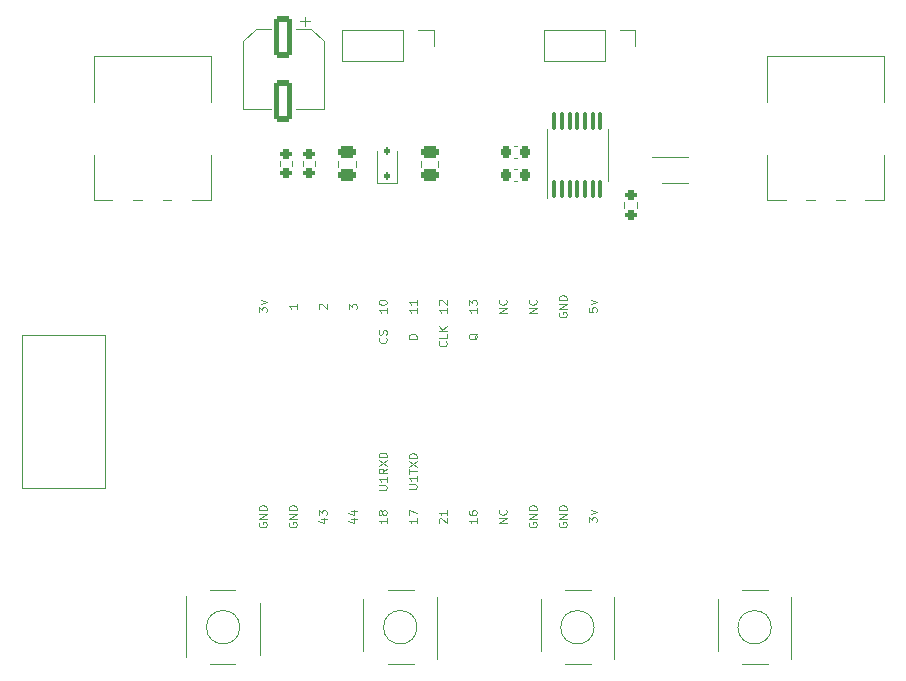
<source format=gbr>
%TF.GenerationSoftware,KiCad,Pcbnew,7.0.8*%
%TF.CreationDate,2024-05-28T17:20:49-04:00*%
%TF.ProjectId,mainboard,6d61696e-626f-4617-9264-2e6b69636164,rev?*%
%TF.SameCoordinates,Original*%
%TF.FileFunction,Legend,Top*%
%TF.FilePolarity,Positive*%
%FSLAX46Y46*%
G04 Gerber Fmt 4.6, Leading zero omitted, Abs format (unit mm)*
G04 Created by KiCad (PCBNEW 7.0.8) date 2024-05-28 17:20:49*
%MOMM*%
%LPD*%
G01*
G04 APERTURE LIST*
G04 Aperture macros list*
%AMRoundRect*
0 Rectangle with rounded corners*
0 $1 Rounding radius*
0 $2 $3 $4 $5 $6 $7 $8 $9 X,Y pos of 4 corners*
0 Add a 4 corners polygon primitive as box body*
4,1,4,$2,$3,$4,$5,$6,$7,$8,$9,$2,$3,0*
0 Add four circle primitives for the rounded corners*
1,1,$1+$1,$2,$3*
1,1,$1+$1,$4,$5*
1,1,$1+$1,$6,$7*
1,1,$1+$1,$8,$9*
0 Add four rect primitives between the rounded corners*
20,1,$1+$1,$2,$3,$4,$5,0*
20,1,$1+$1,$4,$5,$6,$7,0*
20,1,$1+$1,$6,$7,$8,$9,0*
20,1,$1+$1,$8,$9,$2,$3,0*%
G04 Aperture macros list end*
%ADD10C,0.100000*%
%ADD11C,0.120000*%
%ADD12RoundRect,0.100000X0.100000X-0.637500X0.100000X0.637500X-0.100000X0.637500X-0.100000X-0.637500X0*%
%ADD13RoundRect,0.200000X-0.275000X0.200000X-0.275000X-0.200000X0.275000X-0.200000X0.275000X0.200000X0*%
%ADD14C,4.000000*%
%ADD15C,1.800000*%
%ADD16C,3.200000*%
%ADD17C,2.000000*%
%ADD18RoundRect,0.250000X-0.550000X1.500000X-0.550000X-1.500000X0.550000X-1.500000X0.550000X1.500000X0*%
%ADD19R,1.700000X1.700000*%
%ADD20C,1.700000*%
%ADD21RoundRect,0.250000X-0.475000X0.250000X-0.475000X-0.250000X0.475000X-0.250000X0.475000X0.250000X0*%
%ADD22RoundRect,0.225000X0.225000X0.250000X-0.225000X0.250000X-0.225000X-0.250000X0.225000X-0.250000X0*%
%ADD23O,1.700000X1.700000*%
%ADD24RoundRect,0.200000X0.275000X-0.200000X0.275000X0.200000X-0.275000X0.200000X-0.275000X-0.200000X0*%
%ADD25RoundRect,0.112500X0.112500X-0.187500X0.112500X0.187500X-0.112500X0.187500X-0.112500X-0.187500X0*%
%ADD26O,3.400000X1.800000*%
%ADD27R,0.800000X0.300000*%
G04 APERTURE END LIST*
D10*
X133908633Y-86221468D02*
X133908633Y-86621468D01*
X133908633Y-86421468D02*
X133208633Y-86421468D01*
X133208633Y-86421468D02*
X133308633Y-86488135D01*
X133308633Y-86488135D02*
X133375300Y-86554802D01*
X133375300Y-86554802D02*
X133408633Y-86621468D01*
X133908633Y-85554801D02*
X133908633Y-85954801D01*
X133908633Y-85754801D02*
X133208633Y-85754801D01*
X133208633Y-85754801D02*
X133308633Y-85821468D01*
X133308633Y-85821468D02*
X133375300Y-85888135D01*
X133375300Y-85888135D02*
X133408633Y-85954801D01*
X136381966Y-89044801D02*
X136415300Y-89078134D01*
X136415300Y-89078134D02*
X136448633Y-89178134D01*
X136448633Y-89178134D02*
X136448633Y-89244801D01*
X136448633Y-89244801D02*
X136415300Y-89344801D01*
X136415300Y-89344801D02*
X136348633Y-89411468D01*
X136348633Y-89411468D02*
X136281966Y-89444801D01*
X136281966Y-89444801D02*
X136148633Y-89478134D01*
X136148633Y-89478134D02*
X136048633Y-89478134D01*
X136048633Y-89478134D02*
X135915300Y-89444801D01*
X135915300Y-89444801D02*
X135848633Y-89411468D01*
X135848633Y-89411468D02*
X135781966Y-89344801D01*
X135781966Y-89344801D02*
X135748633Y-89244801D01*
X135748633Y-89244801D02*
X135748633Y-89178134D01*
X135748633Y-89178134D02*
X135781966Y-89078134D01*
X135781966Y-89078134D02*
X135815300Y-89044801D01*
X136448633Y-88411468D02*
X136448633Y-88744801D01*
X136448633Y-88744801D02*
X135748633Y-88744801D01*
X136448633Y-88178134D02*
X135748633Y-88178134D01*
X136448633Y-87778134D02*
X136048633Y-88078134D01*
X135748633Y-87778134D02*
X136148633Y-88178134D01*
X133908633Y-88811468D02*
X133208633Y-88811468D01*
X133208633Y-88811468D02*
X133208633Y-88644801D01*
X133208633Y-88644801D02*
X133241966Y-88544801D01*
X133241966Y-88544801D02*
X133308633Y-88478135D01*
X133308633Y-88478135D02*
X133375300Y-88444801D01*
X133375300Y-88444801D02*
X133508633Y-88411468D01*
X133508633Y-88411468D02*
X133608633Y-88411468D01*
X133608633Y-88411468D02*
X133741966Y-88444801D01*
X133741966Y-88444801D02*
X133808633Y-88478135D01*
X133808633Y-88478135D02*
X133875300Y-88544801D01*
X133875300Y-88544801D02*
X133908633Y-88644801D01*
X133908633Y-88644801D02*
X133908633Y-88811468D01*
X125821966Y-104082517D02*
X126288633Y-104082517D01*
X125555300Y-104249184D02*
X126055300Y-104415850D01*
X126055300Y-104415850D02*
X126055300Y-103982517D01*
X125588633Y-103782517D02*
X125588633Y-103349183D01*
X125588633Y-103349183D02*
X125855300Y-103582517D01*
X125855300Y-103582517D02*
X125855300Y-103482517D01*
X125855300Y-103482517D02*
X125888633Y-103415850D01*
X125888633Y-103415850D02*
X125921966Y-103382517D01*
X125921966Y-103382517D02*
X125988633Y-103349183D01*
X125988633Y-103349183D02*
X126155300Y-103349183D01*
X126155300Y-103349183D02*
X126221966Y-103382517D01*
X126221966Y-103382517D02*
X126255300Y-103415850D01*
X126255300Y-103415850D02*
X126288633Y-103482517D01*
X126288633Y-103482517D02*
X126288633Y-103682517D01*
X126288633Y-103682517D02*
X126255300Y-103749183D01*
X126255300Y-103749183D02*
X126221966Y-103782517D01*
X130668633Y-101624801D02*
X131235300Y-101624801D01*
X131235300Y-101624801D02*
X131301966Y-101591468D01*
X131301966Y-101591468D02*
X131335300Y-101558134D01*
X131335300Y-101558134D02*
X131368633Y-101491468D01*
X131368633Y-101491468D02*
X131368633Y-101358134D01*
X131368633Y-101358134D02*
X131335300Y-101291468D01*
X131335300Y-101291468D02*
X131301966Y-101258134D01*
X131301966Y-101258134D02*
X131235300Y-101224801D01*
X131235300Y-101224801D02*
X130668633Y-101224801D01*
X131368633Y-100524801D02*
X131368633Y-100924801D01*
X131368633Y-100724801D02*
X130668633Y-100724801D01*
X130668633Y-100724801D02*
X130768633Y-100791468D01*
X130768633Y-100791468D02*
X130835300Y-100858135D01*
X130835300Y-100858135D02*
X130868633Y-100924801D01*
X131368633Y-99824801D02*
X131035300Y-100058134D01*
X131368633Y-100224801D02*
X130668633Y-100224801D01*
X130668633Y-100224801D02*
X130668633Y-99958134D01*
X130668633Y-99958134D02*
X130701966Y-99891468D01*
X130701966Y-99891468D02*
X130735300Y-99858134D01*
X130735300Y-99858134D02*
X130801966Y-99824801D01*
X130801966Y-99824801D02*
X130901966Y-99824801D01*
X130901966Y-99824801D02*
X130968633Y-99858134D01*
X130968633Y-99858134D02*
X131001966Y-99891468D01*
X131001966Y-99891468D02*
X131035300Y-99958134D01*
X131035300Y-99958134D02*
X131035300Y-100224801D01*
X130668633Y-99591468D02*
X131368633Y-99124801D01*
X130668633Y-99124801D02*
X131368633Y-99591468D01*
X131368633Y-98858134D02*
X130668633Y-98858134D01*
X130668633Y-98858134D02*
X130668633Y-98691467D01*
X130668633Y-98691467D02*
X130701966Y-98591467D01*
X130701966Y-98591467D02*
X130768633Y-98524801D01*
X130768633Y-98524801D02*
X130835300Y-98491467D01*
X130835300Y-98491467D02*
X130968633Y-98458134D01*
X130968633Y-98458134D02*
X131068633Y-98458134D01*
X131068633Y-98458134D02*
X131201966Y-98491467D01*
X131201966Y-98491467D02*
X131268633Y-98524801D01*
X131268633Y-98524801D02*
X131335300Y-98591467D01*
X131335300Y-98591467D02*
X131368633Y-98691467D01*
X131368633Y-98691467D02*
X131368633Y-98858134D01*
X141528633Y-86638134D02*
X140828633Y-86638134D01*
X140828633Y-86638134D02*
X141528633Y-86238134D01*
X141528633Y-86238134D02*
X140828633Y-86238134D01*
X141461966Y-85504801D02*
X141495300Y-85538134D01*
X141495300Y-85538134D02*
X141528633Y-85638134D01*
X141528633Y-85638134D02*
X141528633Y-85704801D01*
X141528633Y-85704801D02*
X141495300Y-85804801D01*
X141495300Y-85804801D02*
X141428633Y-85871468D01*
X141428633Y-85871468D02*
X141361966Y-85904801D01*
X141361966Y-85904801D02*
X141228633Y-85938134D01*
X141228633Y-85938134D02*
X141128633Y-85938134D01*
X141128633Y-85938134D02*
X140995300Y-85904801D01*
X140995300Y-85904801D02*
X140928633Y-85871468D01*
X140928633Y-85871468D02*
X140861966Y-85804801D01*
X140861966Y-85804801D02*
X140828633Y-85704801D01*
X140828633Y-85704801D02*
X140828633Y-85638134D01*
X140828633Y-85638134D02*
X140861966Y-85538134D01*
X140861966Y-85538134D02*
X140895300Y-85504801D01*
X139055300Y-88361467D02*
X139021966Y-88428134D01*
X139021966Y-88428134D02*
X138955300Y-88494801D01*
X138955300Y-88494801D02*
X138855300Y-88594801D01*
X138855300Y-88594801D02*
X138821966Y-88661467D01*
X138821966Y-88661467D02*
X138821966Y-88728134D01*
X138988633Y-88694801D02*
X138955300Y-88761467D01*
X138955300Y-88761467D02*
X138888633Y-88828134D01*
X138888633Y-88828134D02*
X138755300Y-88861467D01*
X138755300Y-88861467D02*
X138521966Y-88861467D01*
X138521966Y-88861467D02*
X138388633Y-88828134D01*
X138388633Y-88828134D02*
X138321966Y-88761467D01*
X138321966Y-88761467D02*
X138288633Y-88694801D01*
X138288633Y-88694801D02*
X138288633Y-88561467D01*
X138288633Y-88561467D02*
X138321966Y-88494801D01*
X138321966Y-88494801D02*
X138388633Y-88428134D01*
X138388633Y-88428134D02*
X138521966Y-88394801D01*
X138521966Y-88394801D02*
X138755300Y-88394801D01*
X138755300Y-88394801D02*
X138888633Y-88428134D01*
X138888633Y-88428134D02*
X138955300Y-88494801D01*
X138955300Y-88494801D02*
X138988633Y-88561467D01*
X138988633Y-88561467D02*
X138988633Y-88694801D01*
X148448633Y-104368135D02*
X148448633Y-103934801D01*
X148448633Y-103934801D02*
X148715300Y-104168135D01*
X148715300Y-104168135D02*
X148715300Y-104068135D01*
X148715300Y-104068135D02*
X148748633Y-104001468D01*
X148748633Y-104001468D02*
X148781966Y-103968135D01*
X148781966Y-103968135D02*
X148848633Y-103934801D01*
X148848633Y-103934801D02*
X149015300Y-103934801D01*
X149015300Y-103934801D02*
X149081966Y-103968135D01*
X149081966Y-103968135D02*
X149115300Y-104001468D01*
X149115300Y-104001468D02*
X149148633Y-104068135D01*
X149148633Y-104068135D02*
X149148633Y-104268135D01*
X149148633Y-104268135D02*
X149115300Y-104334801D01*
X149115300Y-104334801D02*
X149081966Y-104368135D01*
X148681966Y-103701468D02*
X149148633Y-103534801D01*
X149148633Y-103534801D02*
X148681966Y-103368134D01*
X135815300Y-104415850D02*
X135781966Y-104382517D01*
X135781966Y-104382517D02*
X135748633Y-104315850D01*
X135748633Y-104315850D02*
X135748633Y-104149184D01*
X135748633Y-104149184D02*
X135781966Y-104082517D01*
X135781966Y-104082517D02*
X135815300Y-104049184D01*
X135815300Y-104049184D02*
X135881966Y-104015850D01*
X135881966Y-104015850D02*
X135948633Y-104015850D01*
X135948633Y-104015850D02*
X136048633Y-104049184D01*
X136048633Y-104049184D02*
X136448633Y-104449184D01*
X136448633Y-104449184D02*
X136448633Y-104015850D01*
X136448633Y-103349183D02*
X136448633Y-103749183D01*
X136448633Y-103549183D02*
X135748633Y-103549183D01*
X135748633Y-103549183D02*
X135848633Y-103615850D01*
X135848633Y-103615850D02*
X135915300Y-103682517D01*
X135915300Y-103682517D02*
X135948633Y-103749183D01*
X120508633Y-86588135D02*
X120508633Y-86154801D01*
X120508633Y-86154801D02*
X120775300Y-86388135D01*
X120775300Y-86388135D02*
X120775300Y-86288135D01*
X120775300Y-86288135D02*
X120808633Y-86221468D01*
X120808633Y-86221468D02*
X120841966Y-86188135D01*
X120841966Y-86188135D02*
X120908633Y-86154801D01*
X120908633Y-86154801D02*
X121075300Y-86154801D01*
X121075300Y-86154801D02*
X121141966Y-86188135D01*
X121141966Y-86188135D02*
X121175300Y-86221468D01*
X121175300Y-86221468D02*
X121208633Y-86288135D01*
X121208633Y-86288135D02*
X121208633Y-86488135D01*
X121208633Y-86488135D02*
X121175300Y-86554801D01*
X121175300Y-86554801D02*
X121141966Y-86588135D01*
X120741966Y-85921468D02*
X121208633Y-85754801D01*
X121208633Y-85754801D02*
X120741966Y-85588134D01*
X145941966Y-86621467D02*
X145908633Y-86688134D01*
X145908633Y-86688134D02*
X145908633Y-86788134D01*
X145908633Y-86788134D02*
X145941966Y-86888134D01*
X145941966Y-86888134D02*
X146008633Y-86954801D01*
X146008633Y-86954801D02*
X146075300Y-86988134D01*
X146075300Y-86988134D02*
X146208633Y-87021467D01*
X146208633Y-87021467D02*
X146308633Y-87021467D01*
X146308633Y-87021467D02*
X146441966Y-86988134D01*
X146441966Y-86988134D02*
X146508633Y-86954801D01*
X146508633Y-86954801D02*
X146575300Y-86888134D01*
X146575300Y-86888134D02*
X146608633Y-86788134D01*
X146608633Y-86788134D02*
X146608633Y-86721467D01*
X146608633Y-86721467D02*
X146575300Y-86621467D01*
X146575300Y-86621467D02*
X146541966Y-86588134D01*
X146541966Y-86588134D02*
X146308633Y-86588134D01*
X146308633Y-86588134D02*
X146308633Y-86721467D01*
X146608633Y-86288134D02*
X145908633Y-86288134D01*
X145908633Y-86288134D02*
X146608633Y-85888134D01*
X146608633Y-85888134D02*
X145908633Y-85888134D01*
X146608633Y-85554801D02*
X145908633Y-85554801D01*
X145908633Y-85554801D02*
X145908633Y-85388134D01*
X145908633Y-85388134D02*
X145941966Y-85288134D01*
X145941966Y-85288134D02*
X146008633Y-85221468D01*
X146008633Y-85221468D02*
X146075300Y-85188134D01*
X146075300Y-85188134D02*
X146208633Y-85154801D01*
X146208633Y-85154801D02*
X146308633Y-85154801D01*
X146308633Y-85154801D02*
X146441966Y-85188134D01*
X146441966Y-85188134D02*
X146508633Y-85221468D01*
X146508633Y-85221468D02*
X146575300Y-85288134D01*
X146575300Y-85288134D02*
X146608633Y-85388134D01*
X146608633Y-85388134D02*
X146608633Y-85554801D01*
X125655300Y-86288134D02*
X125621966Y-86254801D01*
X125621966Y-86254801D02*
X125588633Y-86188134D01*
X125588633Y-86188134D02*
X125588633Y-86021468D01*
X125588633Y-86021468D02*
X125621966Y-85954801D01*
X125621966Y-85954801D02*
X125655300Y-85921468D01*
X125655300Y-85921468D02*
X125721966Y-85888134D01*
X125721966Y-85888134D02*
X125788633Y-85888134D01*
X125788633Y-85888134D02*
X125888633Y-85921468D01*
X125888633Y-85921468D02*
X126288633Y-86321468D01*
X126288633Y-86321468D02*
X126288633Y-85888134D01*
X123081966Y-104401467D02*
X123048633Y-104468134D01*
X123048633Y-104468134D02*
X123048633Y-104568134D01*
X123048633Y-104568134D02*
X123081966Y-104668134D01*
X123081966Y-104668134D02*
X123148633Y-104734801D01*
X123148633Y-104734801D02*
X123215300Y-104768134D01*
X123215300Y-104768134D02*
X123348633Y-104801467D01*
X123348633Y-104801467D02*
X123448633Y-104801467D01*
X123448633Y-104801467D02*
X123581966Y-104768134D01*
X123581966Y-104768134D02*
X123648633Y-104734801D01*
X123648633Y-104734801D02*
X123715300Y-104668134D01*
X123715300Y-104668134D02*
X123748633Y-104568134D01*
X123748633Y-104568134D02*
X123748633Y-104501467D01*
X123748633Y-104501467D02*
X123715300Y-104401467D01*
X123715300Y-104401467D02*
X123681966Y-104368134D01*
X123681966Y-104368134D02*
X123448633Y-104368134D01*
X123448633Y-104368134D02*
X123448633Y-104501467D01*
X123748633Y-104068134D02*
X123048633Y-104068134D01*
X123048633Y-104068134D02*
X123748633Y-103668134D01*
X123748633Y-103668134D02*
X123048633Y-103668134D01*
X123748633Y-103334801D02*
X123048633Y-103334801D01*
X123048633Y-103334801D02*
X123048633Y-103168134D01*
X123048633Y-103168134D02*
X123081966Y-103068134D01*
X123081966Y-103068134D02*
X123148633Y-103001468D01*
X123148633Y-103001468D02*
X123215300Y-102968134D01*
X123215300Y-102968134D02*
X123348633Y-102934801D01*
X123348633Y-102934801D02*
X123448633Y-102934801D01*
X123448633Y-102934801D02*
X123581966Y-102968134D01*
X123581966Y-102968134D02*
X123648633Y-103001468D01*
X123648633Y-103001468D02*
X123715300Y-103068134D01*
X123715300Y-103068134D02*
X123748633Y-103168134D01*
X123748633Y-103168134D02*
X123748633Y-103334801D01*
X123748633Y-85888134D02*
X123748633Y-86288134D01*
X123748633Y-86088134D02*
X123048633Y-86088134D01*
X123048633Y-86088134D02*
X123148633Y-86154801D01*
X123148633Y-86154801D02*
X123215300Y-86221468D01*
X123215300Y-86221468D02*
X123248633Y-86288134D01*
X141528633Y-104432516D02*
X140828633Y-104432516D01*
X140828633Y-104432516D02*
X141528633Y-104032516D01*
X141528633Y-104032516D02*
X140828633Y-104032516D01*
X141461966Y-103299183D02*
X141495300Y-103332516D01*
X141495300Y-103332516D02*
X141528633Y-103432516D01*
X141528633Y-103432516D02*
X141528633Y-103499183D01*
X141528633Y-103499183D02*
X141495300Y-103599183D01*
X141495300Y-103599183D02*
X141428633Y-103665850D01*
X141428633Y-103665850D02*
X141361966Y-103699183D01*
X141361966Y-103699183D02*
X141228633Y-103732516D01*
X141228633Y-103732516D02*
X141128633Y-103732516D01*
X141128633Y-103732516D02*
X140995300Y-103699183D01*
X140995300Y-103699183D02*
X140928633Y-103665850D01*
X140928633Y-103665850D02*
X140861966Y-103599183D01*
X140861966Y-103599183D02*
X140828633Y-103499183D01*
X140828633Y-103499183D02*
X140828633Y-103432516D01*
X140828633Y-103432516D02*
X140861966Y-103332516D01*
X140861966Y-103332516D02*
X140895300Y-103299183D01*
X138988633Y-104015850D02*
X138988633Y-104415850D01*
X138988633Y-104215850D02*
X138288633Y-104215850D01*
X138288633Y-104215850D02*
X138388633Y-104282517D01*
X138388633Y-104282517D02*
X138455300Y-104349184D01*
X138455300Y-104349184D02*
X138488633Y-104415850D01*
X138288633Y-103415850D02*
X138288633Y-103549183D01*
X138288633Y-103549183D02*
X138321966Y-103615850D01*
X138321966Y-103615850D02*
X138355300Y-103649183D01*
X138355300Y-103649183D02*
X138455300Y-103715850D01*
X138455300Y-103715850D02*
X138588633Y-103749183D01*
X138588633Y-103749183D02*
X138855300Y-103749183D01*
X138855300Y-103749183D02*
X138921966Y-103715850D01*
X138921966Y-103715850D02*
X138955300Y-103682517D01*
X138955300Y-103682517D02*
X138988633Y-103615850D01*
X138988633Y-103615850D02*
X138988633Y-103482517D01*
X138988633Y-103482517D02*
X138955300Y-103415850D01*
X138955300Y-103415850D02*
X138921966Y-103382517D01*
X138921966Y-103382517D02*
X138855300Y-103349183D01*
X138855300Y-103349183D02*
X138688633Y-103349183D01*
X138688633Y-103349183D02*
X138621966Y-103382517D01*
X138621966Y-103382517D02*
X138588633Y-103415850D01*
X138588633Y-103415850D02*
X138555300Y-103482517D01*
X138555300Y-103482517D02*
X138555300Y-103615850D01*
X138555300Y-103615850D02*
X138588633Y-103682517D01*
X138588633Y-103682517D02*
X138621966Y-103715850D01*
X138621966Y-103715850D02*
X138688633Y-103749183D01*
X136448633Y-86221468D02*
X136448633Y-86621468D01*
X136448633Y-86421468D02*
X135748633Y-86421468D01*
X135748633Y-86421468D02*
X135848633Y-86488135D01*
X135848633Y-86488135D02*
X135915300Y-86554802D01*
X135915300Y-86554802D02*
X135948633Y-86621468D01*
X135815300Y-85954801D02*
X135781966Y-85921468D01*
X135781966Y-85921468D02*
X135748633Y-85854801D01*
X135748633Y-85854801D02*
X135748633Y-85688135D01*
X135748633Y-85688135D02*
X135781966Y-85621468D01*
X135781966Y-85621468D02*
X135815300Y-85588135D01*
X135815300Y-85588135D02*
X135881966Y-85554801D01*
X135881966Y-85554801D02*
X135948633Y-85554801D01*
X135948633Y-85554801D02*
X136048633Y-85588135D01*
X136048633Y-85588135D02*
X136448633Y-85988135D01*
X136448633Y-85988135D02*
X136448633Y-85554801D01*
X131368633Y-86221468D02*
X131368633Y-86621468D01*
X131368633Y-86421468D02*
X130668633Y-86421468D01*
X130668633Y-86421468D02*
X130768633Y-86488135D01*
X130768633Y-86488135D02*
X130835300Y-86554802D01*
X130835300Y-86554802D02*
X130868633Y-86621468D01*
X130668633Y-85788135D02*
X130668633Y-85721468D01*
X130668633Y-85721468D02*
X130701966Y-85654801D01*
X130701966Y-85654801D02*
X130735300Y-85621468D01*
X130735300Y-85621468D02*
X130801966Y-85588135D01*
X130801966Y-85588135D02*
X130935300Y-85554801D01*
X130935300Y-85554801D02*
X131101966Y-85554801D01*
X131101966Y-85554801D02*
X131235300Y-85588135D01*
X131235300Y-85588135D02*
X131301966Y-85621468D01*
X131301966Y-85621468D02*
X131335300Y-85654801D01*
X131335300Y-85654801D02*
X131368633Y-85721468D01*
X131368633Y-85721468D02*
X131368633Y-85788135D01*
X131368633Y-85788135D02*
X131335300Y-85854801D01*
X131335300Y-85854801D02*
X131301966Y-85888135D01*
X131301966Y-85888135D02*
X131235300Y-85921468D01*
X131235300Y-85921468D02*
X131101966Y-85954801D01*
X131101966Y-85954801D02*
X130935300Y-85954801D01*
X130935300Y-85954801D02*
X130801966Y-85921468D01*
X130801966Y-85921468D02*
X130735300Y-85888135D01*
X130735300Y-85888135D02*
X130701966Y-85854801D01*
X130701966Y-85854801D02*
X130668633Y-85788135D01*
X138988633Y-86221468D02*
X138988633Y-86621468D01*
X138988633Y-86421468D02*
X138288633Y-86421468D01*
X138288633Y-86421468D02*
X138388633Y-86488135D01*
X138388633Y-86488135D02*
X138455300Y-86554802D01*
X138455300Y-86554802D02*
X138488633Y-86621468D01*
X138288633Y-85988135D02*
X138288633Y-85554801D01*
X138288633Y-85554801D02*
X138555300Y-85788135D01*
X138555300Y-85788135D02*
X138555300Y-85688135D01*
X138555300Y-85688135D02*
X138588633Y-85621468D01*
X138588633Y-85621468D02*
X138621966Y-85588135D01*
X138621966Y-85588135D02*
X138688633Y-85554801D01*
X138688633Y-85554801D02*
X138855300Y-85554801D01*
X138855300Y-85554801D02*
X138921966Y-85588135D01*
X138921966Y-85588135D02*
X138955300Y-85621468D01*
X138955300Y-85621468D02*
X138988633Y-85688135D01*
X138988633Y-85688135D02*
X138988633Y-85888135D01*
X138988633Y-85888135D02*
X138955300Y-85954801D01*
X138955300Y-85954801D02*
X138921966Y-85988135D01*
X148448633Y-86188135D02*
X148448633Y-86521468D01*
X148448633Y-86521468D02*
X148781966Y-86554801D01*
X148781966Y-86554801D02*
X148748633Y-86521468D01*
X148748633Y-86521468D02*
X148715300Y-86454801D01*
X148715300Y-86454801D02*
X148715300Y-86288135D01*
X148715300Y-86288135D02*
X148748633Y-86221468D01*
X148748633Y-86221468D02*
X148781966Y-86188135D01*
X148781966Y-86188135D02*
X148848633Y-86154801D01*
X148848633Y-86154801D02*
X149015300Y-86154801D01*
X149015300Y-86154801D02*
X149081966Y-86188135D01*
X149081966Y-86188135D02*
X149115300Y-86221468D01*
X149115300Y-86221468D02*
X149148633Y-86288135D01*
X149148633Y-86288135D02*
X149148633Y-86454801D01*
X149148633Y-86454801D02*
X149115300Y-86521468D01*
X149115300Y-86521468D02*
X149081966Y-86554801D01*
X148681966Y-85921468D02*
X149148633Y-85754801D01*
X149148633Y-85754801D02*
X148681966Y-85588134D01*
X128128633Y-86321468D02*
X128128633Y-85888134D01*
X128128633Y-85888134D02*
X128395300Y-86121468D01*
X128395300Y-86121468D02*
X128395300Y-86021468D01*
X128395300Y-86021468D02*
X128428633Y-85954801D01*
X128428633Y-85954801D02*
X128461966Y-85921468D01*
X128461966Y-85921468D02*
X128528633Y-85888134D01*
X128528633Y-85888134D02*
X128695300Y-85888134D01*
X128695300Y-85888134D02*
X128761966Y-85921468D01*
X128761966Y-85921468D02*
X128795300Y-85954801D01*
X128795300Y-85954801D02*
X128828633Y-86021468D01*
X128828633Y-86021468D02*
X128828633Y-86221468D01*
X128828633Y-86221468D02*
X128795300Y-86288134D01*
X128795300Y-86288134D02*
X128761966Y-86321468D01*
X120541966Y-104401467D02*
X120508633Y-104468134D01*
X120508633Y-104468134D02*
X120508633Y-104568134D01*
X120508633Y-104568134D02*
X120541966Y-104668134D01*
X120541966Y-104668134D02*
X120608633Y-104734801D01*
X120608633Y-104734801D02*
X120675300Y-104768134D01*
X120675300Y-104768134D02*
X120808633Y-104801467D01*
X120808633Y-104801467D02*
X120908633Y-104801467D01*
X120908633Y-104801467D02*
X121041966Y-104768134D01*
X121041966Y-104768134D02*
X121108633Y-104734801D01*
X121108633Y-104734801D02*
X121175300Y-104668134D01*
X121175300Y-104668134D02*
X121208633Y-104568134D01*
X121208633Y-104568134D02*
X121208633Y-104501467D01*
X121208633Y-104501467D02*
X121175300Y-104401467D01*
X121175300Y-104401467D02*
X121141966Y-104368134D01*
X121141966Y-104368134D02*
X120908633Y-104368134D01*
X120908633Y-104368134D02*
X120908633Y-104501467D01*
X121208633Y-104068134D02*
X120508633Y-104068134D01*
X120508633Y-104068134D02*
X121208633Y-103668134D01*
X121208633Y-103668134D02*
X120508633Y-103668134D01*
X121208633Y-103334801D02*
X120508633Y-103334801D01*
X120508633Y-103334801D02*
X120508633Y-103168134D01*
X120508633Y-103168134D02*
X120541966Y-103068134D01*
X120541966Y-103068134D02*
X120608633Y-103001468D01*
X120608633Y-103001468D02*
X120675300Y-102968134D01*
X120675300Y-102968134D02*
X120808633Y-102934801D01*
X120808633Y-102934801D02*
X120908633Y-102934801D01*
X120908633Y-102934801D02*
X121041966Y-102968134D01*
X121041966Y-102968134D02*
X121108633Y-103001468D01*
X121108633Y-103001468D02*
X121175300Y-103068134D01*
X121175300Y-103068134D02*
X121208633Y-103168134D01*
X121208633Y-103168134D02*
X121208633Y-103334801D01*
X133208633Y-101541468D02*
X133775300Y-101541468D01*
X133775300Y-101541468D02*
X133841966Y-101508135D01*
X133841966Y-101508135D02*
X133875300Y-101474801D01*
X133875300Y-101474801D02*
X133908633Y-101408135D01*
X133908633Y-101408135D02*
X133908633Y-101274801D01*
X133908633Y-101274801D02*
X133875300Y-101208135D01*
X133875300Y-101208135D02*
X133841966Y-101174801D01*
X133841966Y-101174801D02*
X133775300Y-101141468D01*
X133775300Y-101141468D02*
X133208633Y-101141468D01*
X133908633Y-100441468D02*
X133908633Y-100841468D01*
X133908633Y-100641468D02*
X133208633Y-100641468D01*
X133208633Y-100641468D02*
X133308633Y-100708135D01*
X133308633Y-100708135D02*
X133375300Y-100774802D01*
X133375300Y-100774802D02*
X133408633Y-100841468D01*
X133208633Y-100241468D02*
X133208633Y-99841468D01*
X133908633Y-100041468D02*
X133208633Y-100041468D01*
X133208633Y-99674802D02*
X133908633Y-99208135D01*
X133208633Y-99208135D02*
X133908633Y-99674802D01*
X133908633Y-98941468D02*
X133208633Y-98941468D01*
X133208633Y-98941468D02*
X133208633Y-98774801D01*
X133208633Y-98774801D02*
X133241966Y-98674801D01*
X133241966Y-98674801D02*
X133308633Y-98608135D01*
X133308633Y-98608135D02*
X133375300Y-98574801D01*
X133375300Y-98574801D02*
X133508633Y-98541468D01*
X133508633Y-98541468D02*
X133608633Y-98541468D01*
X133608633Y-98541468D02*
X133741966Y-98574801D01*
X133741966Y-98574801D02*
X133808633Y-98608135D01*
X133808633Y-98608135D02*
X133875300Y-98674801D01*
X133875300Y-98674801D02*
X133908633Y-98774801D01*
X133908633Y-98774801D02*
X133908633Y-98941468D01*
X128361966Y-104082517D02*
X128828633Y-104082517D01*
X128095300Y-104249184D02*
X128595300Y-104415850D01*
X128595300Y-104415850D02*
X128595300Y-103982517D01*
X128361966Y-103415850D02*
X128828633Y-103415850D01*
X128095300Y-103582517D02*
X128595300Y-103749183D01*
X128595300Y-103749183D02*
X128595300Y-103315850D01*
X144068633Y-86638134D02*
X143368633Y-86638134D01*
X143368633Y-86638134D02*
X144068633Y-86238134D01*
X144068633Y-86238134D02*
X143368633Y-86238134D01*
X144001966Y-85504801D02*
X144035300Y-85538134D01*
X144035300Y-85538134D02*
X144068633Y-85638134D01*
X144068633Y-85638134D02*
X144068633Y-85704801D01*
X144068633Y-85704801D02*
X144035300Y-85804801D01*
X144035300Y-85804801D02*
X143968633Y-85871468D01*
X143968633Y-85871468D02*
X143901966Y-85904801D01*
X143901966Y-85904801D02*
X143768633Y-85938134D01*
X143768633Y-85938134D02*
X143668633Y-85938134D01*
X143668633Y-85938134D02*
X143535300Y-85904801D01*
X143535300Y-85904801D02*
X143468633Y-85871468D01*
X143468633Y-85871468D02*
X143401966Y-85804801D01*
X143401966Y-85804801D02*
X143368633Y-85704801D01*
X143368633Y-85704801D02*
X143368633Y-85638134D01*
X143368633Y-85638134D02*
X143401966Y-85538134D01*
X143401966Y-85538134D02*
X143435300Y-85504801D01*
X143401966Y-104401467D02*
X143368633Y-104468134D01*
X143368633Y-104468134D02*
X143368633Y-104568134D01*
X143368633Y-104568134D02*
X143401966Y-104668134D01*
X143401966Y-104668134D02*
X143468633Y-104734801D01*
X143468633Y-104734801D02*
X143535300Y-104768134D01*
X143535300Y-104768134D02*
X143668633Y-104801467D01*
X143668633Y-104801467D02*
X143768633Y-104801467D01*
X143768633Y-104801467D02*
X143901966Y-104768134D01*
X143901966Y-104768134D02*
X143968633Y-104734801D01*
X143968633Y-104734801D02*
X144035300Y-104668134D01*
X144035300Y-104668134D02*
X144068633Y-104568134D01*
X144068633Y-104568134D02*
X144068633Y-104501467D01*
X144068633Y-104501467D02*
X144035300Y-104401467D01*
X144035300Y-104401467D02*
X144001966Y-104368134D01*
X144001966Y-104368134D02*
X143768633Y-104368134D01*
X143768633Y-104368134D02*
X143768633Y-104501467D01*
X144068633Y-104068134D02*
X143368633Y-104068134D01*
X143368633Y-104068134D02*
X144068633Y-103668134D01*
X144068633Y-103668134D02*
X143368633Y-103668134D01*
X144068633Y-103334801D02*
X143368633Y-103334801D01*
X143368633Y-103334801D02*
X143368633Y-103168134D01*
X143368633Y-103168134D02*
X143401966Y-103068134D01*
X143401966Y-103068134D02*
X143468633Y-103001468D01*
X143468633Y-103001468D02*
X143535300Y-102968134D01*
X143535300Y-102968134D02*
X143668633Y-102934801D01*
X143668633Y-102934801D02*
X143768633Y-102934801D01*
X143768633Y-102934801D02*
X143901966Y-102968134D01*
X143901966Y-102968134D02*
X143968633Y-103001468D01*
X143968633Y-103001468D02*
X144035300Y-103068134D01*
X144035300Y-103068134D02*
X144068633Y-103168134D01*
X144068633Y-103168134D02*
X144068633Y-103334801D01*
X131301966Y-88744801D02*
X131335300Y-88778134D01*
X131335300Y-88778134D02*
X131368633Y-88878134D01*
X131368633Y-88878134D02*
X131368633Y-88944801D01*
X131368633Y-88944801D02*
X131335300Y-89044801D01*
X131335300Y-89044801D02*
X131268633Y-89111468D01*
X131268633Y-89111468D02*
X131201966Y-89144801D01*
X131201966Y-89144801D02*
X131068633Y-89178134D01*
X131068633Y-89178134D02*
X130968633Y-89178134D01*
X130968633Y-89178134D02*
X130835300Y-89144801D01*
X130835300Y-89144801D02*
X130768633Y-89111468D01*
X130768633Y-89111468D02*
X130701966Y-89044801D01*
X130701966Y-89044801D02*
X130668633Y-88944801D01*
X130668633Y-88944801D02*
X130668633Y-88878134D01*
X130668633Y-88878134D02*
X130701966Y-88778134D01*
X130701966Y-88778134D02*
X130735300Y-88744801D01*
X131335300Y-88478134D02*
X131368633Y-88378134D01*
X131368633Y-88378134D02*
X131368633Y-88211468D01*
X131368633Y-88211468D02*
X131335300Y-88144801D01*
X131335300Y-88144801D02*
X131301966Y-88111468D01*
X131301966Y-88111468D02*
X131235300Y-88078134D01*
X131235300Y-88078134D02*
X131168633Y-88078134D01*
X131168633Y-88078134D02*
X131101966Y-88111468D01*
X131101966Y-88111468D02*
X131068633Y-88144801D01*
X131068633Y-88144801D02*
X131035300Y-88211468D01*
X131035300Y-88211468D02*
X131001966Y-88344801D01*
X131001966Y-88344801D02*
X130968633Y-88411468D01*
X130968633Y-88411468D02*
X130935300Y-88444801D01*
X130935300Y-88444801D02*
X130868633Y-88478134D01*
X130868633Y-88478134D02*
X130801966Y-88478134D01*
X130801966Y-88478134D02*
X130735300Y-88444801D01*
X130735300Y-88444801D02*
X130701966Y-88411468D01*
X130701966Y-88411468D02*
X130668633Y-88344801D01*
X130668633Y-88344801D02*
X130668633Y-88178134D01*
X130668633Y-88178134D02*
X130701966Y-88078134D01*
X133908633Y-104015850D02*
X133908633Y-104415850D01*
X133908633Y-104215850D02*
X133208633Y-104215850D01*
X133208633Y-104215850D02*
X133308633Y-104282517D01*
X133308633Y-104282517D02*
X133375300Y-104349184D01*
X133375300Y-104349184D02*
X133408633Y-104415850D01*
X133208633Y-103782517D02*
X133208633Y-103315850D01*
X133208633Y-103315850D02*
X133908633Y-103615850D01*
X145941966Y-104401467D02*
X145908633Y-104468134D01*
X145908633Y-104468134D02*
X145908633Y-104568134D01*
X145908633Y-104568134D02*
X145941966Y-104668134D01*
X145941966Y-104668134D02*
X146008633Y-104734801D01*
X146008633Y-104734801D02*
X146075300Y-104768134D01*
X146075300Y-104768134D02*
X146208633Y-104801467D01*
X146208633Y-104801467D02*
X146308633Y-104801467D01*
X146308633Y-104801467D02*
X146441966Y-104768134D01*
X146441966Y-104768134D02*
X146508633Y-104734801D01*
X146508633Y-104734801D02*
X146575300Y-104668134D01*
X146575300Y-104668134D02*
X146608633Y-104568134D01*
X146608633Y-104568134D02*
X146608633Y-104501467D01*
X146608633Y-104501467D02*
X146575300Y-104401467D01*
X146575300Y-104401467D02*
X146541966Y-104368134D01*
X146541966Y-104368134D02*
X146308633Y-104368134D01*
X146308633Y-104368134D02*
X146308633Y-104501467D01*
X146608633Y-104068134D02*
X145908633Y-104068134D01*
X145908633Y-104068134D02*
X146608633Y-103668134D01*
X146608633Y-103668134D02*
X145908633Y-103668134D01*
X146608633Y-103334801D02*
X145908633Y-103334801D01*
X145908633Y-103334801D02*
X145908633Y-103168134D01*
X145908633Y-103168134D02*
X145941966Y-103068134D01*
X145941966Y-103068134D02*
X146008633Y-103001468D01*
X146008633Y-103001468D02*
X146075300Y-102968134D01*
X146075300Y-102968134D02*
X146208633Y-102934801D01*
X146208633Y-102934801D02*
X146308633Y-102934801D01*
X146308633Y-102934801D02*
X146441966Y-102968134D01*
X146441966Y-102968134D02*
X146508633Y-103001468D01*
X146508633Y-103001468D02*
X146575300Y-103068134D01*
X146575300Y-103068134D02*
X146608633Y-103168134D01*
X146608633Y-103168134D02*
X146608633Y-103334801D01*
X131368633Y-104015850D02*
X131368633Y-104415850D01*
X131368633Y-104215850D02*
X130668633Y-104215850D01*
X130668633Y-104215850D02*
X130768633Y-104282517D01*
X130768633Y-104282517D02*
X130835300Y-104349184D01*
X130835300Y-104349184D02*
X130868633Y-104415850D01*
X130968633Y-103615850D02*
X130935300Y-103682517D01*
X130935300Y-103682517D02*
X130901966Y-103715850D01*
X130901966Y-103715850D02*
X130835300Y-103749183D01*
X130835300Y-103749183D02*
X130801966Y-103749183D01*
X130801966Y-103749183D02*
X130735300Y-103715850D01*
X130735300Y-103715850D02*
X130701966Y-103682517D01*
X130701966Y-103682517D02*
X130668633Y-103615850D01*
X130668633Y-103615850D02*
X130668633Y-103482517D01*
X130668633Y-103482517D02*
X130701966Y-103415850D01*
X130701966Y-103415850D02*
X130735300Y-103382517D01*
X130735300Y-103382517D02*
X130801966Y-103349183D01*
X130801966Y-103349183D02*
X130835300Y-103349183D01*
X130835300Y-103349183D02*
X130901966Y-103382517D01*
X130901966Y-103382517D02*
X130935300Y-103415850D01*
X130935300Y-103415850D02*
X130968633Y-103482517D01*
X130968633Y-103482517D02*
X130968633Y-103615850D01*
X130968633Y-103615850D02*
X131001966Y-103682517D01*
X131001966Y-103682517D02*
X131035300Y-103715850D01*
X131035300Y-103715850D02*
X131101966Y-103749183D01*
X131101966Y-103749183D02*
X131235300Y-103749183D01*
X131235300Y-103749183D02*
X131301966Y-103715850D01*
X131301966Y-103715850D02*
X131335300Y-103682517D01*
X131335300Y-103682517D02*
X131368633Y-103615850D01*
X131368633Y-103615850D02*
X131368633Y-103482517D01*
X131368633Y-103482517D02*
X131335300Y-103415850D01*
X131335300Y-103415850D02*
X131301966Y-103382517D01*
X131301966Y-103382517D02*
X131235300Y-103349183D01*
X131235300Y-103349183D02*
X131101966Y-103349183D01*
X131101966Y-103349183D02*
X131035300Y-103382517D01*
X131035300Y-103382517D02*
X131001966Y-103415850D01*
X131001966Y-103415850D02*
X130968633Y-103482517D01*
D11*
%TO.C,U1*%
X144890000Y-73282934D02*
X144890000Y-76882934D01*
X144890000Y-73282934D02*
X144890000Y-71082934D01*
X150110000Y-73282934D02*
X150110000Y-75482934D01*
X150110000Y-73282934D02*
X150110000Y-71082934D01*
%TO.C,R1*%
X125322500Y-73762742D02*
X125322500Y-74237258D01*
X124277500Y-73762742D02*
X124277500Y-74237258D01*
%TO.C,RV2*%
X163530000Y-77120000D02*
X165129000Y-77120000D01*
X163530000Y-77120000D02*
X163530000Y-73255000D01*
X166871000Y-77120000D02*
X167630000Y-77120000D01*
X169371000Y-77120000D02*
X170130000Y-77120000D01*
X171870000Y-77120000D02*
X173470000Y-77120000D01*
X173470000Y-77120000D02*
X173470000Y-73255000D01*
X163530000Y-68745000D02*
X163530000Y-64880000D01*
X173470000Y-68745000D02*
X173470000Y-64880000D01*
X163530000Y-64880000D02*
X173470000Y-64880000D01*
%TO.C,C5*%
X124447500Y-61562500D02*
X124447500Y-62350000D01*
X124841250Y-61956250D02*
X124053750Y-61956250D01*
X124945563Y-62590000D02*
X123660000Y-62590000D01*
X124945563Y-62590000D02*
X126010000Y-63654437D01*
X120254437Y-62590000D02*
X121540000Y-62590000D01*
X120254437Y-62590000D02*
X119190000Y-63654437D01*
X126010000Y-63654437D02*
X126010000Y-69410000D01*
X119190000Y-63654437D02*
X119190000Y-69410000D01*
X126010000Y-69410000D02*
X123660000Y-69410000D01*
X119190000Y-69410000D02*
X121540000Y-69410000D01*
%TO.C,SW5*%
X163650000Y-116370000D02*
X161450000Y-116370000D01*
X165620000Y-115900000D02*
X165620000Y-110700000D01*
X159380000Y-115300000D02*
X159380000Y-110900000D01*
X161450000Y-110130000D02*
X163650000Y-110130000D01*
X163914214Y-113250000D02*
G75*
G03*
X163914214Y-113250000I-1414214J0D01*
G01*
%TO.C,C4*%
X135735000Y-73738748D02*
X135735000Y-74261252D01*
X134265000Y-73738748D02*
X134265000Y-74261252D01*
%TO.C,C2*%
X142390580Y-75510000D02*
X142109420Y-75510000D01*
X142390580Y-74490000D02*
X142109420Y-74490000D01*
%TO.C,SW3*%
X133650000Y-116370000D02*
X131450000Y-116370000D01*
X135620000Y-115900000D02*
X135620000Y-110700000D01*
X129380000Y-115300000D02*
X129380000Y-110900000D01*
X131450000Y-110130000D02*
X133650000Y-110130000D01*
X133914214Y-113250000D02*
G75*
G03*
X133914214Y-113250000I-1414214J0D01*
G01*
%TO.C,J3*%
X135330000Y-62670000D02*
X135330000Y-64000000D01*
X134000000Y-62670000D02*
X135330000Y-62670000D01*
X132730000Y-62670000D02*
X127590000Y-62670000D01*
X132730000Y-62670000D02*
X132730000Y-65330000D01*
X127590000Y-62670000D02*
X127590000Y-65330000D01*
X132730000Y-65330000D02*
X127590000Y-65330000D01*
%TO.C,SW4*%
X148650000Y-116370000D02*
X146450000Y-116370000D01*
X150620000Y-115900000D02*
X150620000Y-110700000D01*
X144380000Y-115300000D02*
X144380000Y-110900000D01*
X146450000Y-110130000D02*
X148650000Y-110130000D01*
X148914214Y-113250000D02*
G75*
G03*
X148914214Y-113250000I-1414214J0D01*
G01*
%TO.C,R3*%
X151477500Y-77729812D02*
X151477500Y-77255296D01*
X152522500Y-77729812D02*
X152522500Y-77255296D01*
%TO.C,SW2*%
X116350000Y-110130000D02*
X118550000Y-110130000D01*
X114380000Y-110600000D02*
X114380000Y-115800000D01*
X120620000Y-111200000D02*
X120620000Y-115600000D01*
X118550000Y-116370000D02*
X116350000Y-116370000D01*
X118914214Y-113250000D02*
G75*
G03*
X118914214Y-113250000I-1414214J0D01*
G01*
%TO.C,D1*%
X130550000Y-75610000D02*
X132250000Y-75610000D01*
X130550000Y-75610000D02*
X130550000Y-72950000D01*
X132250000Y-75610000D02*
X132250000Y-72950000D01*
%TO.C,C3*%
X128735000Y-73738748D02*
X128735000Y-74261252D01*
X127265000Y-73738748D02*
X127265000Y-74261252D01*
%TO.C,SW1*%
X100500000Y-101500000D02*
X100500000Y-88500000D01*
X107500000Y-101500000D02*
X100500000Y-101500000D01*
X100500000Y-88500000D02*
X107500000Y-88500000D01*
X107500000Y-88500000D02*
X107500000Y-101500000D01*
%TO.C,R2*%
X122277500Y-74237258D02*
X122277500Y-73762742D01*
X123322500Y-74237258D02*
X123322500Y-73762742D01*
%TO.C,RV1*%
X106530000Y-77120000D02*
X108129000Y-77120000D01*
X106530000Y-77120000D02*
X106530000Y-73255000D01*
X109871000Y-77120000D02*
X110630000Y-77120000D01*
X112371000Y-77120000D02*
X113130000Y-77120000D01*
X114870000Y-77120000D02*
X116470000Y-77120000D01*
X116470000Y-77120000D02*
X116470000Y-73255000D01*
X106530000Y-68745000D02*
X106530000Y-64880000D01*
X116470000Y-68745000D02*
X116470000Y-64880000D01*
X106530000Y-64880000D02*
X116470000Y-64880000D01*
%TO.C,J4*%
X152410000Y-62670000D02*
X152410000Y-64000000D01*
X151080000Y-62670000D02*
X152410000Y-62670000D01*
X149810000Y-62670000D02*
X144670000Y-62670000D01*
X149810000Y-62670000D02*
X149810000Y-65330000D01*
X144670000Y-62670000D02*
X144670000Y-65330000D01*
X149810000Y-65330000D02*
X144670000Y-65330000D01*
%TO.C,U2*%
X156850000Y-73400000D02*
X153850000Y-73400000D01*
X156850000Y-75600000D02*
X154650000Y-75600000D01*
%TO.C,C1*%
X142390580Y-73510000D02*
X142109420Y-73510000D01*
X142390580Y-72490000D02*
X142109420Y-72490000D01*
%TD*%
%LPC*%
D12*
%TO.C,U1*%
X145550000Y-76145434D03*
X146200000Y-76145434D03*
X146850000Y-76145434D03*
X147500000Y-76145434D03*
X148150000Y-76145434D03*
X148800000Y-76145434D03*
X149450000Y-76145434D03*
X149450000Y-70420434D03*
X148800000Y-70420434D03*
X148150000Y-70420434D03*
X147500000Y-70420434D03*
X146850000Y-70420434D03*
X146200000Y-70420434D03*
X145550000Y-70420434D03*
%TD*%
D13*
%TO.C,R1*%
X124800000Y-73175000D03*
X124800000Y-74825000D03*
%TD*%
D14*
%TO.C,RV2*%
X164100000Y-71000000D03*
X172900000Y-71000000D03*
D15*
X171000000Y-78000000D03*
X168500000Y-78000000D03*
X166000000Y-78000000D03*
%TD*%
D16*
%TO.C,REF\u002A\u002A*%
X100500000Y-61500000D03*
%TD*%
D17*
%TO.C,U3*%
X120890000Y-83548135D03*
X123430000Y-83548135D03*
X125970000Y-83548135D03*
X128510000Y-83548135D03*
X131050000Y-83548135D03*
X133590000Y-83548135D03*
X136130000Y-83548135D03*
X138670000Y-83548135D03*
X141210000Y-83548135D03*
X143750000Y-83548135D03*
X146290000Y-83548135D03*
X148830000Y-83548135D03*
X120890000Y-106409999D03*
X123430000Y-106409999D03*
X125970000Y-106409999D03*
X128510000Y-106409999D03*
X131050000Y-106409999D03*
X133590000Y-106409999D03*
X136130000Y-106409999D03*
X138670000Y-106409999D03*
X141210000Y-106409999D03*
X143750000Y-106409999D03*
X146290000Y-106409999D03*
X148830000Y-106409999D03*
%TD*%
D18*
%TO.C,C5*%
X122600000Y-63300000D03*
X122600000Y-68700000D03*
%TD*%
D19*
%TO.C,SW5*%
X160250000Y-116500000D03*
D20*
X160250000Y-110000000D03*
X164750000Y-116500000D03*
X164750000Y-110000000D03*
%TD*%
D21*
%TO.C,C4*%
X135000000Y-73050000D03*
X135000000Y-74950000D03*
%TD*%
D22*
%TO.C,C2*%
X143025000Y-75000000D03*
X141475000Y-75000000D03*
%TD*%
D16*
%TO.C,REF\u002A\u002A*%
X140000000Y-67000000D03*
%TD*%
D20*
%TO.C,J2*%
X110000000Y-99000000D03*
%TD*%
D19*
%TO.C,SW3*%
X130250000Y-116500000D03*
D20*
X130250000Y-110000000D03*
X134750000Y-116500000D03*
X134750000Y-110000000D03*
%TD*%
D19*
%TO.C,J3*%
X134000000Y-64000000D03*
D23*
X131460000Y-64000000D03*
X128920000Y-64000000D03*
%TD*%
D19*
%TO.C,SW4*%
X145250000Y-116500000D03*
D20*
X145250000Y-110000000D03*
X149750000Y-116500000D03*
X149750000Y-110000000D03*
%TD*%
D24*
%TO.C,R3*%
X152000000Y-78317554D03*
X152000000Y-76667554D03*
%TD*%
D19*
%TO.C,SW2*%
X119750000Y-110000000D03*
D20*
X119750000Y-116500000D03*
X115250000Y-110000000D03*
X115250000Y-116500000D03*
%TD*%
%TO.C,J1*%
X110000000Y-114000000D03*
%TD*%
D16*
%TO.C,REF\u002A\u002A*%
X100500000Y-116500000D03*
%TD*%
D25*
%TO.C,D1*%
X131400000Y-75050000D03*
X131400000Y-72950000D03*
%TD*%
D21*
%TO.C,C3*%
X128000000Y-73050000D03*
X128000000Y-74950000D03*
%TD*%
D16*
%TO.C,REF\u002A\u002A*%
X179500000Y-116500000D03*
%TD*%
D26*
%TO.C,SW1*%
X104000000Y-99700000D03*
X104000000Y-95000000D03*
X104000000Y-90300000D03*
%TD*%
D16*
%TO.C,REF\u002A\u002A*%
X179500000Y-61500000D03*
%TD*%
D24*
%TO.C,R2*%
X122800000Y-74825000D03*
X122800000Y-73175000D03*
%TD*%
D14*
%TO.C,RV1*%
X107100000Y-71000000D03*
X115900000Y-71000000D03*
D15*
X114000000Y-78000000D03*
X111500000Y-78000000D03*
X109000000Y-78000000D03*
%TD*%
D19*
%TO.C,J4*%
X151080000Y-64000000D03*
D23*
X148540000Y-64000000D03*
X146000000Y-64000000D03*
%TD*%
D27*
%TO.C,U2*%
X154200000Y-73750000D03*
X154200000Y-74250000D03*
X154200000Y-74750000D03*
X154200000Y-75250000D03*
X157300000Y-75250000D03*
X157300000Y-74750000D03*
X157300000Y-74250000D03*
X157300000Y-73750000D03*
%TD*%
D16*
%TO.C,REF\u002A\u002A*%
X140000000Y-112000000D03*
%TD*%
D22*
%TO.C,C1*%
X143025000Y-73000000D03*
X141475000Y-73000000D03*
%TD*%
%LPD*%
M02*

</source>
